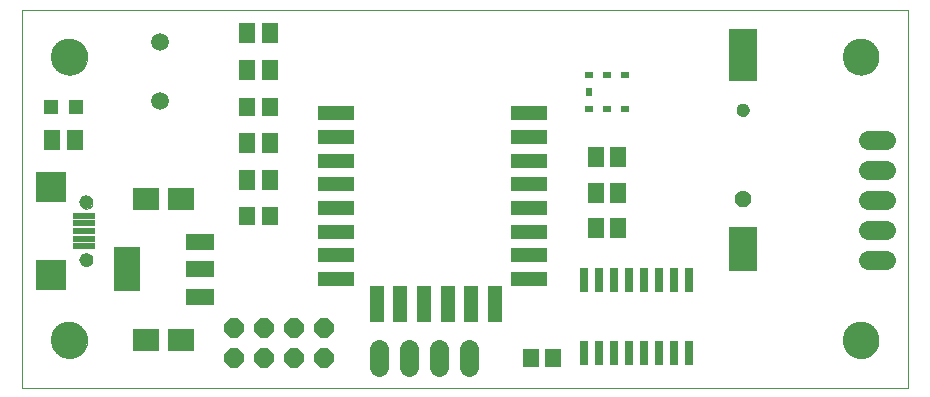
<source format=gts>
G75*
%MOIN*%
%OFA0B0*%
%FSLAX25Y25*%
%IPPOS*%
%LPD*%
%AMOC8*
5,1,8,0,0,1.08239X$1,22.5*
%
%ADD10C,0.00000*%
%ADD11C,0.12211*%
%ADD12OC8,0.06400*%
%ADD13R,0.07290X0.01975*%
%ADD14R,0.10400X0.10400*%
%ADD15C,0.04534*%
%ADD16R,0.12211X0.05124*%
%ADD17R,0.05124X0.12211*%
%ADD18C,0.06400*%
%ADD19C,0.05912*%
%ADD20R,0.05518X0.06306*%
%ADD21R,0.05518X0.06699*%
%ADD22R,0.09199X0.05199*%
%ADD23R,0.09061X0.14573*%
%ADD24R,0.08865X0.07487*%
%ADD25R,0.03000X0.08400*%
%ADD26R,0.09455X0.17329*%
%ADD27R,0.09455X0.14809*%
%ADD28C,0.05518*%
%ADD29C,0.04337*%
%ADD30R,0.05124X0.05124*%
%ADD31R,0.02762X0.02369*%
%ADD32R,0.02369X0.02762*%
D10*
X0002244Y0001365D02*
X0002244Y0127349D01*
X0297520Y0127349D01*
X0297520Y0001365D01*
X0002244Y0001365D01*
X0012086Y0017113D02*
X0012088Y0017266D01*
X0012094Y0017420D01*
X0012104Y0017573D01*
X0012118Y0017725D01*
X0012136Y0017878D01*
X0012158Y0018029D01*
X0012183Y0018180D01*
X0012213Y0018331D01*
X0012247Y0018481D01*
X0012284Y0018629D01*
X0012325Y0018777D01*
X0012370Y0018923D01*
X0012419Y0019069D01*
X0012472Y0019213D01*
X0012528Y0019355D01*
X0012588Y0019496D01*
X0012652Y0019636D01*
X0012719Y0019774D01*
X0012790Y0019910D01*
X0012865Y0020044D01*
X0012942Y0020176D01*
X0013024Y0020306D01*
X0013108Y0020434D01*
X0013196Y0020560D01*
X0013287Y0020683D01*
X0013381Y0020804D01*
X0013479Y0020922D01*
X0013579Y0021038D01*
X0013683Y0021151D01*
X0013789Y0021262D01*
X0013898Y0021370D01*
X0014010Y0021475D01*
X0014124Y0021576D01*
X0014242Y0021675D01*
X0014361Y0021771D01*
X0014483Y0021864D01*
X0014608Y0021953D01*
X0014735Y0022040D01*
X0014864Y0022122D01*
X0014995Y0022202D01*
X0015128Y0022278D01*
X0015263Y0022351D01*
X0015400Y0022420D01*
X0015539Y0022485D01*
X0015679Y0022547D01*
X0015821Y0022605D01*
X0015964Y0022660D01*
X0016109Y0022711D01*
X0016255Y0022758D01*
X0016402Y0022801D01*
X0016550Y0022840D01*
X0016699Y0022876D01*
X0016849Y0022907D01*
X0017000Y0022935D01*
X0017151Y0022959D01*
X0017304Y0022979D01*
X0017456Y0022995D01*
X0017609Y0023007D01*
X0017762Y0023015D01*
X0017915Y0023019D01*
X0018069Y0023019D01*
X0018222Y0023015D01*
X0018375Y0023007D01*
X0018528Y0022995D01*
X0018680Y0022979D01*
X0018833Y0022959D01*
X0018984Y0022935D01*
X0019135Y0022907D01*
X0019285Y0022876D01*
X0019434Y0022840D01*
X0019582Y0022801D01*
X0019729Y0022758D01*
X0019875Y0022711D01*
X0020020Y0022660D01*
X0020163Y0022605D01*
X0020305Y0022547D01*
X0020445Y0022485D01*
X0020584Y0022420D01*
X0020721Y0022351D01*
X0020856Y0022278D01*
X0020989Y0022202D01*
X0021120Y0022122D01*
X0021249Y0022040D01*
X0021376Y0021953D01*
X0021501Y0021864D01*
X0021623Y0021771D01*
X0021742Y0021675D01*
X0021860Y0021576D01*
X0021974Y0021475D01*
X0022086Y0021370D01*
X0022195Y0021262D01*
X0022301Y0021151D01*
X0022405Y0021038D01*
X0022505Y0020922D01*
X0022603Y0020804D01*
X0022697Y0020683D01*
X0022788Y0020560D01*
X0022876Y0020434D01*
X0022960Y0020306D01*
X0023042Y0020176D01*
X0023119Y0020044D01*
X0023194Y0019910D01*
X0023265Y0019774D01*
X0023332Y0019636D01*
X0023396Y0019496D01*
X0023456Y0019355D01*
X0023512Y0019213D01*
X0023565Y0019069D01*
X0023614Y0018923D01*
X0023659Y0018777D01*
X0023700Y0018629D01*
X0023737Y0018481D01*
X0023771Y0018331D01*
X0023801Y0018180D01*
X0023826Y0018029D01*
X0023848Y0017878D01*
X0023866Y0017725D01*
X0023880Y0017573D01*
X0023890Y0017420D01*
X0023896Y0017266D01*
X0023898Y0017113D01*
X0023896Y0016960D01*
X0023890Y0016806D01*
X0023880Y0016653D01*
X0023866Y0016501D01*
X0023848Y0016348D01*
X0023826Y0016197D01*
X0023801Y0016046D01*
X0023771Y0015895D01*
X0023737Y0015745D01*
X0023700Y0015597D01*
X0023659Y0015449D01*
X0023614Y0015303D01*
X0023565Y0015157D01*
X0023512Y0015013D01*
X0023456Y0014871D01*
X0023396Y0014730D01*
X0023332Y0014590D01*
X0023265Y0014452D01*
X0023194Y0014316D01*
X0023119Y0014182D01*
X0023042Y0014050D01*
X0022960Y0013920D01*
X0022876Y0013792D01*
X0022788Y0013666D01*
X0022697Y0013543D01*
X0022603Y0013422D01*
X0022505Y0013304D01*
X0022405Y0013188D01*
X0022301Y0013075D01*
X0022195Y0012964D01*
X0022086Y0012856D01*
X0021974Y0012751D01*
X0021860Y0012650D01*
X0021742Y0012551D01*
X0021623Y0012455D01*
X0021501Y0012362D01*
X0021376Y0012273D01*
X0021249Y0012186D01*
X0021120Y0012104D01*
X0020989Y0012024D01*
X0020856Y0011948D01*
X0020721Y0011875D01*
X0020584Y0011806D01*
X0020445Y0011741D01*
X0020305Y0011679D01*
X0020163Y0011621D01*
X0020020Y0011566D01*
X0019875Y0011515D01*
X0019729Y0011468D01*
X0019582Y0011425D01*
X0019434Y0011386D01*
X0019285Y0011350D01*
X0019135Y0011319D01*
X0018984Y0011291D01*
X0018833Y0011267D01*
X0018680Y0011247D01*
X0018528Y0011231D01*
X0018375Y0011219D01*
X0018222Y0011211D01*
X0018069Y0011207D01*
X0017915Y0011207D01*
X0017762Y0011211D01*
X0017609Y0011219D01*
X0017456Y0011231D01*
X0017304Y0011247D01*
X0017151Y0011267D01*
X0017000Y0011291D01*
X0016849Y0011319D01*
X0016699Y0011350D01*
X0016550Y0011386D01*
X0016402Y0011425D01*
X0016255Y0011468D01*
X0016109Y0011515D01*
X0015964Y0011566D01*
X0015821Y0011621D01*
X0015679Y0011679D01*
X0015539Y0011741D01*
X0015400Y0011806D01*
X0015263Y0011875D01*
X0015128Y0011948D01*
X0014995Y0012024D01*
X0014864Y0012104D01*
X0014735Y0012186D01*
X0014608Y0012273D01*
X0014483Y0012362D01*
X0014361Y0012455D01*
X0014242Y0012551D01*
X0014124Y0012650D01*
X0014010Y0012751D01*
X0013898Y0012856D01*
X0013789Y0012964D01*
X0013683Y0013075D01*
X0013579Y0013188D01*
X0013479Y0013304D01*
X0013381Y0013422D01*
X0013287Y0013543D01*
X0013196Y0013666D01*
X0013108Y0013792D01*
X0013024Y0013920D01*
X0012942Y0014050D01*
X0012865Y0014182D01*
X0012790Y0014316D01*
X0012719Y0014452D01*
X0012652Y0014590D01*
X0012588Y0014730D01*
X0012528Y0014871D01*
X0012472Y0015013D01*
X0012419Y0015157D01*
X0012370Y0015303D01*
X0012325Y0015449D01*
X0012284Y0015597D01*
X0012247Y0015745D01*
X0012213Y0015895D01*
X0012183Y0016046D01*
X0012158Y0016197D01*
X0012136Y0016348D01*
X0012118Y0016501D01*
X0012104Y0016653D01*
X0012094Y0016806D01*
X0012088Y0016960D01*
X0012086Y0017113D01*
X0021555Y0043983D02*
X0021557Y0044074D01*
X0021563Y0044164D01*
X0021573Y0044255D01*
X0021587Y0044344D01*
X0021605Y0044433D01*
X0021626Y0044522D01*
X0021652Y0044609D01*
X0021681Y0044695D01*
X0021715Y0044779D01*
X0021751Y0044862D01*
X0021792Y0044944D01*
X0021836Y0045023D01*
X0021883Y0045101D01*
X0021934Y0045176D01*
X0021988Y0045249D01*
X0022045Y0045319D01*
X0022105Y0045387D01*
X0022168Y0045453D01*
X0022234Y0045515D01*
X0022303Y0045574D01*
X0022374Y0045631D01*
X0022448Y0045684D01*
X0022524Y0045734D01*
X0022602Y0045781D01*
X0022682Y0045824D01*
X0022763Y0045863D01*
X0022847Y0045899D01*
X0022932Y0045931D01*
X0023018Y0045960D01*
X0023105Y0045984D01*
X0023194Y0046005D01*
X0023283Y0046022D01*
X0023373Y0046035D01*
X0023463Y0046044D01*
X0023554Y0046049D01*
X0023645Y0046050D01*
X0023735Y0046047D01*
X0023826Y0046040D01*
X0023916Y0046029D01*
X0024006Y0046014D01*
X0024095Y0045995D01*
X0024183Y0045973D01*
X0024269Y0045946D01*
X0024355Y0045916D01*
X0024439Y0045882D01*
X0024522Y0045844D01*
X0024603Y0045803D01*
X0024682Y0045758D01*
X0024759Y0045709D01*
X0024833Y0045658D01*
X0024906Y0045603D01*
X0024976Y0045545D01*
X0025043Y0045484D01*
X0025107Y0045420D01*
X0025169Y0045354D01*
X0025228Y0045284D01*
X0025283Y0045213D01*
X0025336Y0045138D01*
X0025385Y0045062D01*
X0025431Y0044984D01*
X0025473Y0044903D01*
X0025512Y0044821D01*
X0025547Y0044737D01*
X0025578Y0044652D01*
X0025605Y0044565D01*
X0025629Y0044478D01*
X0025649Y0044389D01*
X0025665Y0044300D01*
X0025677Y0044210D01*
X0025685Y0044119D01*
X0025689Y0044028D01*
X0025689Y0043938D01*
X0025685Y0043847D01*
X0025677Y0043756D01*
X0025665Y0043666D01*
X0025649Y0043577D01*
X0025629Y0043488D01*
X0025605Y0043401D01*
X0025578Y0043314D01*
X0025547Y0043229D01*
X0025512Y0043145D01*
X0025473Y0043063D01*
X0025431Y0042982D01*
X0025385Y0042904D01*
X0025336Y0042828D01*
X0025283Y0042753D01*
X0025228Y0042682D01*
X0025169Y0042612D01*
X0025107Y0042546D01*
X0025043Y0042482D01*
X0024976Y0042421D01*
X0024906Y0042363D01*
X0024833Y0042308D01*
X0024759Y0042257D01*
X0024682Y0042208D01*
X0024603Y0042163D01*
X0024522Y0042122D01*
X0024439Y0042084D01*
X0024355Y0042050D01*
X0024269Y0042020D01*
X0024183Y0041993D01*
X0024095Y0041971D01*
X0024006Y0041952D01*
X0023916Y0041937D01*
X0023826Y0041926D01*
X0023735Y0041919D01*
X0023645Y0041916D01*
X0023554Y0041917D01*
X0023463Y0041922D01*
X0023373Y0041931D01*
X0023283Y0041944D01*
X0023194Y0041961D01*
X0023105Y0041982D01*
X0023018Y0042006D01*
X0022932Y0042035D01*
X0022847Y0042067D01*
X0022763Y0042103D01*
X0022682Y0042142D01*
X0022602Y0042185D01*
X0022524Y0042232D01*
X0022448Y0042282D01*
X0022374Y0042335D01*
X0022303Y0042392D01*
X0022234Y0042451D01*
X0022168Y0042513D01*
X0022105Y0042579D01*
X0022045Y0042647D01*
X0021988Y0042717D01*
X0021934Y0042790D01*
X0021883Y0042865D01*
X0021836Y0042943D01*
X0021792Y0043022D01*
X0021751Y0043104D01*
X0021715Y0043187D01*
X0021681Y0043271D01*
X0021652Y0043357D01*
X0021626Y0043444D01*
X0021605Y0043533D01*
X0021587Y0043622D01*
X0021573Y0043711D01*
X0021563Y0043802D01*
X0021557Y0043892D01*
X0021555Y0043983D01*
X0021555Y0063077D02*
X0021557Y0063168D01*
X0021563Y0063258D01*
X0021573Y0063349D01*
X0021587Y0063438D01*
X0021605Y0063527D01*
X0021626Y0063616D01*
X0021652Y0063703D01*
X0021681Y0063789D01*
X0021715Y0063873D01*
X0021751Y0063956D01*
X0021792Y0064038D01*
X0021836Y0064117D01*
X0021883Y0064195D01*
X0021934Y0064270D01*
X0021988Y0064343D01*
X0022045Y0064413D01*
X0022105Y0064481D01*
X0022168Y0064547D01*
X0022234Y0064609D01*
X0022303Y0064668D01*
X0022374Y0064725D01*
X0022448Y0064778D01*
X0022524Y0064828D01*
X0022602Y0064875D01*
X0022682Y0064918D01*
X0022763Y0064957D01*
X0022847Y0064993D01*
X0022932Y0065025D01*
X0023018Y0065054D01*
X0023105Y0065078D01*
X0023194Y0065099D01*
X0023283Y0065116D01*
X0023373Y0065129D01*
X0023463Y0065138D01*
X0023554Y0065143D01*
X0023645Y0065144D01*
X0023735Y0065141D01*
X0023826Y0065134D01*
X0023916Y0065123D01*
X0024006Y0065108D01*
X0024095Y0065089D01*
X0024183Y0065067D01*
X0024269Y0065040D01*
X0024355Y0065010D01*
X0024439Y0064976D01*
X0024522Y0064938D01*
X0024603Y0064897D01*
X0024682Y0064852D01*
X0024759Y0064803D01*
X0024833Y0064752D01*
X0024906Y0064697D01*
X0024976Y0064639D01*
X0025043Y0064578D01*
X0025107Y0064514D01*
X0025169Y0064448D01*
X0025228Y0064378D01*
X0025283Y0064307D01*
X0025336Y0064232D01*
X0025385Y0064156D01*
X0025431Y0064078D01*
X0025473Y0063997D01*
X0025512Y0063915D01*
X0025547Y0063831D01*
X0025578Y0063746D01*
X0025605Y0063659D01*
X0025629Y0063572D01*
X0025649Y0063483D01*
X0025665Y0063394D01*
X0025677Y0063304D01*
X0025685Y0063213D01*
X0025689Y0063122D01*
X0025689Y0063032D01*
X0025685Y0062941D01*
X0025677Y0062850D01*
X0025665Y0062760D01*
X0025649Y0062671D01*
X0025629Y0062582D01*
X0025605Y0062495D01*
X0025578Y0062408D01*
X0025547Y0062323D01*
X0025512Y0062239D01*
X0025473Y0062157D01*
X0025431Y0062076D01*
X0025385Y0061998D01*
X0025336Y0061922D01*
X0025283Y0061847D01*
X0025228Y0061776D01*
X0025169Y0061706D01*
X0025107Y0061640D01*
X0025043Y0061576D01*
X0024976Y0061515D01*
X0024906Y0061457D01*
X0024833Y0061402D01*
X0024759Y0061351D01*
X0024682Y0061302D01*
X0024603Y0061257D01*
X0024522Y0061216D01*
X0024439Y0061178D01*
X0024355Y0061144D01*
X0024269Y0061114D01*
X0024183Y0061087D01*
X0024095Y0061065D01*
X0024006Y0061046D01*
X0023916Y0061031D01*
X0023826Y0061020D01*
X0023735Y0061013D01*
X0023645Y0061010D01*
X0023554Y0061011D01*
X0023463Y0061016D01*
X0023373Y0061025D01*
X0023283Y0061038D01*
X0023194Y0061055D01*
X0023105Y0061076D01*
X0023018Y0061100D01*
X0022932Y0061129D01*
X0022847Y0061161D01*
X0022763Y0061197D01*
X0022682Y0061236D01*
X0022602Y0061279D01*
X0022524Y0061326D01*
X0022448Y0061376D01*
X0022374Y0061429D01*
X0022303Y0061486D01*
X0022234Y0061545D01*
X0022168Y0061607D01*
X0022105Y0061673D01*
X0022045Y0061741D01*
X0021988Y0061811D01*
X0021934Y0061884D01*
X0021883Y0061959D01*
X0021836Y0062037D01*
X0021792Y0062116D01*
X0021751Y0062198D01*
X0021715Y0062281D01*
X0021681Y0062365D01*
X0021652Y0062451D01*
X0021626Y0062538D01*
X0021605Y0062627D01*
X0021587Y0062716D01*
X0021573Y0062805D01*
X0021563Y0062896D01*
X0021557Y0062986D01*
X0021555Y0063077D01*
X0012086Y0111601D02*
X0012088Y0111754D01*
X0012094Y0111908D01*
X0012104Y0112061D01*
X0012118Y0112213D01*
X0012136Y0112366D01*
X0012158Y0112517D01*
X0012183Y0112668D01*
X0012213Y0112819D01*
X0012247Y0112969D01*
X0012284Y0113117D01*
X0012325Y0113265D01*
X0012370Y0113411D01*
X0012419Y0113557D01*
X0012472Y0113701D01*
X0012528Y0113843D01*
X0012588Y0113984D01*
X0012652Y0114124D01*
X0012719Y0114262D01*
X0012790Y0114398D01*
X0012865Y0114532D01*
X0012942Y0114664D01*
X0013024Y0114794D01*
X0013108Y0114922D01*
X0013196Y0115048D01*
X0013287Y0115171D01*
X0013381Y0115292D01*
X0013479Y0115410D01*
X0013579Y0115526D01*
X0013683Y0115639D01*
X0013789Y0115750D01*
X0013898Y0115858D01*
X0014010Y0115963D01*
X0014124Y0116064D01*
X0014242Y0116163D01*
X0014361Y0116259D01*
X0014483Y0116352D01*
X0014608Y0116441D01*
X0014735Y0116528D01*
X0014864Y0116610D01*
X0014995Y0116690D01*
X0015128Y0116766D01*
X0015263Y0116839D01*
X0015400Y0116908D01*
X0015539Y0116973D01*
X0015679Y0117035D01*
X0015821Y0117093D01*
X0015964Y0117148D01*
X0016109Y0117199D01*
X0016255Y0117246D01*
X0016402Y0117289D01*
X0016550Y0117328D01*
X0016699Y0117364D01*
X0016849Y0117395D01*
X0017000Y0117423D01*
X0017151Y0117447D01*
X0017304Y0117467D01*
X0017456Y0117483D01*
X0017609Y0117495D01*
X0017762Y0117503D01*
X0017915Y0117507D01*
X0018069Y0117507D01*
X0018222Y0117503D01*
X0018375Y0117495D01*
X0018528Y0117483D01*
X0018680Y0117467D01*
X0018833Y0117447D01*
X0018984Y0117423D01*
X0019135Y0117395D01*
X0019285Y0117364D01*
X0019434Y0117328D01*
X0019582Y0117289D01*
X0019729Y0117246D01*
X0019875Y0117199D01*
X0020020Y0117148D01*
X0020163Y0117093D01*
X0020305Y0117035D01*
X0020445Y0116973D01*
X0020584Y0116908D01*
X0020721Y0116839D01*
X0020856Y0116766D01*
X0020989Y0116690D01*
X0021120Y0116610D01*
X0021249Y0116528D01*
X0021376Y0116441D01*
X0021501Y0116352D01*
X0021623Y0116259D01*
X0021742Y0116163D01*
X0021860Y0116064D01*
X0021974Y0115963D01*
X0022086Y0115858D01*
X0022195Y0115750D01*
X0022301Y0115639D01*
X0022405Y0115526D01*
X0022505Y0115410D01*
X0022603Y0115292D01*
X0022697Y0115171D01*
X0022788Y0115048D01*
X0022876Y0114922D01*
X0022960Y0114794D01*
X0023042Y0114664D01*
X0023119Y0114532D01*
X0023194Y0114398D01*
X0023265Y0114262D01*
X0023332Y0114124D01*
X0023396Y0113984D01*
X0023456Y0113843D01*
X0023512Y0113701D01*
X0023565Y0113557D01*
X0023614Y0113411D01*
X0023659Y0113265D01*
X0023700Y0113117D01*
X0023737Y0112969D01*
X0023771Y0112819D01*
X0023801Y0112668D01*
X0023826Y0112517D01*
X0023848Y0112366D01*
X0023866Y0112213D01*
X0023880Y0112061D01*
X0023890Y0111908D01*
X0023896Y0111754D01*
X0023898Y0111601D01*
X0023896Y0111448D01*
X0023890Y0111294D01*
X0023880Y0111141D01*
X0023866Y0110989D01*
X0023848Y0110836D01*
X0023826Y0110685D01*
X0023801Y0110534D01*
X0023771Y0110383D01*
X0023737Y0110233D01*
X0023700Y0110085D01*
X0023659Y0109937D01*
X0023614Y0109791D01*
X0023565Y0109645D01*
X0023512Y0109501D01*
X0023456Y0109359D01*
X0023396Y0109218D01*
X0023332Y0109078D01*
X0023265Y0108940D01*
X0023194Y0108804D01*
X0023119Y0108670D01*
X0023042Y0108538D01*
X0022960Y0108408D01*
X0022876Y0108280D01*
X0022788Y0108154D01*
X0022697Y0108031D01*
X0022603Y0107910D01*
X0022505Y0107792D01*
X0022405Y0107676D01*
X0022301Y0107563D01*
X0022195Y0107452D01*
X0022086Y0107344D01*
X0021974Y0107239D01*
X0021860Y0107138D01*
X0021742Y0107039D01*
X0021623Y0106943D01*
X0021501Y0106850D01*
X0021376Y0106761D01*
X0021249Y0106674D01*
X0021120Y0106592D01*
X0020989Y0106512D01*
X0020856Y0106436D01*
X0020721Y0106363D01*
X0020584Y0106294D01*
X0020445Y0106229D01*
X0020305Y0106167D01*
X0020163Y0106109D01*
X0020020Y0106054D01*
X0019875Y0106003D01*
X0019729Y0105956D01*
X0019582Y0105913D01*
X0019434Y0105874D01*
X0019285Y0105838D01*
X0019135Y0105807D01*
X0018984Y0105779D01*
X0018833Y0105755D01*
X0018680Y0105735D01*
X0018528Y0105719D01*
X0018375Y0105707D01*
X0018222Y0105699D01*
X0018069Y0105695D01*
X0017915Y0105695D01*
X0017762Y0105699D01*
X0017609Y0105707D01*
X0017456Y0105719D01*
X0017304Y0105735D01*
X0017151Y0105755D01*
X0017000Y0105779D01*
X0016849Y0105807D01*
X0016699Y0105838D01*
X0016550Y0105874D01*
X0016402Y0105913D01*
X0016255Y0105956D01*
X0016109Y0106003D01*
X0015964Y0106054D01*
X0015821Y0106109D01*
X0015679Y0106167D01*
X0015539Y0106229D01*
X0015400Y0106294D01*
X0015263Y0106363D01*
X0015128Y0106436D01*
X0014995Y0106512D01*
X0014864Y0106592D01*
X0014735Y0106674D01*
X0014608Y0106761D01*
X0014483Y0106850D01*
X0014361Y0106943D01*
X0014242Y0107039D01*
X0014124Y0107138D01*
X0014010Y0107239D01*
X0013898Y0107344D01*
X0013789Y0107452D01*
X0013683Y0107563D01*
X0013579Y0107676D01*
X0013479Y0107792D01*
X0013381Y0107910D01*
X0013287Y0108031D01*
X0013196Y0108154D01*
X0013108Y0108280D01*
X0013024Y0108408D01*
X0012942Y0108538D01*
X0012865Y0108670D01*
X0012790Y0108804D01*
X0012719Y0108940D01*
X0012652Y0109078D01*
X0012588Y0109218D01*
X0012528Y0109359D01*
X0012472Y0109501D01*
X0012419Y0109645D01*
X0012370Y0109791D01*
X0012325Y0109937D01*
X0012284Y0110085D01*
X0012247Y0110233D01*
X0012213Y0110383D01*
X0012183Y0110534D01*
X0012158Y0110685D01*
X0012136Y0110836D01*
X0012118Y0110989D01*
X0012104Y0111141D01*
X0012094Y0111294D01*
X0012088Y0111448D01*
X0012086Y0111601D01*
X0240433Y0093885D02*
X0240435Y0093973D01*
X0240441Y0094061D01*
X0240451Y0094149D01*
X0240465Y0094237D01*
X0240482Y0094323D01*
X0240504Y0094409D01*
X0240529Y0094493D01*
X0240559Y0094577D01*
X0240591Y0094659D01*
X0240628Y0094739D01*
X0240668Y0094818D01*
X0240712Y0094895D01*
X0240759Y0094970D01*
X0240809Y0095042D01*
X0240863Y0095113D01*
X0240919Y0095180D01*
X0240979Y0095246D01*
X0241041Y0095308D01*
X0241107Y0095368D01*
X0241174Y0095424D01*
X0241245Y0095478D01*
X0241317Y0095528D01*
X0241392Y0095575D01*
X0241469Y0095619D01*
X0241548Y0095659D01*
X0241628Y0095696D01*
X0241710Y0095728D01*
X0241794Y0095758D01*
X0241878Y0095783D01*
X0241964Y0095805D01*
X0242050Y0095822D01*
X0242138Y0095836D01*
X0242226Y0095846D01*
X0242314Y0095852D01*
X0242402Y0095854D01*
X0242490Y0095852D01*
X0242578Y0095846D01*
X0242666Y0095836D01*
X0242754Y0095822D01*
X0242840Y0095805D01*
X0242926Y0095783D01*
X0243010Y0095758D01*
X0243094Y0095728D01*
X0243176Y0095696D01*
X0243256Y0095659D01*
X0243335Y0095619D01*
X0243412Y0095575D01*
X0243487Y0095528D01*
X0243559Y0095478D01*
X0243630Y0095424D01*
X0243697Y0095368D01*
X0243763Y0095308D01*
X0243825Y0095246D01*
X0243885Y0095180D01*
X0243941Y0095113D01*
X0243995Y0095042D01*
X0244045Y0094970D01*
X0244092Y0094895D01*
X0244136Y0094818D01*
X0244176Y0094739D01*
X0244213Y0094659D01*
X0244245Y0094577D01*
X0244275Y0094493D01*
X0244300Y0094409D01*
X0244322Y0094323D01*
X0244339Y0094237D01*
X0244353Y0094149D01*
X0244363Y0094061D01*
X0244369Y0093973D01*
X0244371Y0093885D01*
X0244369Y0093797D01*
X0244363Y0093709D01*
X0244353Y0093621D01*
X0244339Y0093533D01*
X0244322Y0093447D01*
X0244300Y0093361D01*
X0244275Y0093277D01*
X0244245Y0093193D01*
X0244213Y0093111D01*
X0244176Y0093031D01*
X0244136Y0092952D01*
X0244092Y0092875D01*
X0244045Y0092800D01*
X0243995Y0092728D01*
X0243941Y0092657D01*
X0243885Y0092590D01*
X0243825Y0092524D01*
X0243763Y0092462D01*
X0243697Y0092402D01*
X0243630Y0092346D01*
X0243559Y0092292D01*
X0243487Y0092242D01*
X0243412Y0092195D01*
X0243335Y0092151D01*
X0243256Y0092111D01*
X0243176Y0092074D01*
X0243094Y0092042D01*
X0243010Y0092012D01*
X0242926Y0091987D01*
X0242840Y0091965D01*
X0242754Y0091948D01*
X0242666Y0091934D01*
X0242578Y0091924D01*
X0242490Y0091918D01*
X0242402Y0091916D01*
X0242314Y0091918D01*
X0242226Y0091924D01*
X0242138Y0091934D01*
X0242050Y0091948D01*
X0241964Y0091965D01*
X0241878Y0091987D01*
X0241794Y0092012D01*
X0241710Y0092042D01*
X0241628Y0092074D01*
X0241548Y0092111D01*
X0241469Y0092151D01*
X0241392Y0092195D01*
X0241317Y0092242D01*
X0241245Y0092292D01*
X0241174Y0092346D01*
X0241107Y0092402D01*
X0241041Y0092462D01*
X0240979Y0092524D01*
X0240919Y0092590D01*
X0240863Y0092657D01*
X0240809Y0092728D01*
X0240759Y0092800D01*
X0240712Y0092875D01*
X0240668Y0092952D01*
X0240628Y0093031D01*
X0240591Y0093111D01*
X0240559Y0093193D01*
X0240529Y0093277D01*
X0240504Y0093361D01*
X0240482Y0093447D01*
X0240465Y0093533D01*
X0240451Y0093621D01*
X0240441Y0093709D01*
X0240435Y0093797D01*
X0240433Y0093885D01*
X0275866Y0111601D02*
X0275868Y0111754D01*
X0275874Y0111908D01*
X0275884Y0112061D01*
X0275898Y0112213D01*
X0275916Y0112366D01*
X0275938Y0112517D01*
X0275963Y0112668D01*
X0275993Y0112819D01*
X0276027Y0112969D01*
X0276064Y0113117D01*
X0276105Y0113265D01*
X0276150Y0113411D01*
X0276199Y0113557D01*
X0276252Y0113701D01*
X0276308Y0113843D01*
X0276368Y0113984D01*
X0276432Y0114124D01*
X0276499Y0114262D01*
X0276570Y0114398D01*
X0276645Y0114532D01*
X0276722Y0114664D01*
X0276804Y0114794D01*
X0276888Y0114922D01*
X0276976Y0115048D01*
X0277067Y0115171D01*
X0277161Y0115292D01*
X0277259Y0115410D01*
X0277359Y0115526D01*
X0277463Y0115639D01*
X0277569Y0115750D01*
X0277678Y0115858D01*
X0277790Y0115963D01*
X0277904Y0116064D01*
X0278022Y0116163D01*
X0278141Y0116259D01*
X0278263Y0116352D01*
X0278388Y0116441D01*
X0278515Y0116528D01*
X0278644Y0116610D01*
X0278775Y0116690D01*
X0278908Y0116766D01*
X0279043Y0116839D01*
X0279180Y0116908D01*
X0279319Y0116973D01*
X0279459Y0117035D01*
X0279601Y0117093D01*
X0279744Y0117148D01*
X0279889Y0117199D01*
X0280035Y0117246D01*
X0280182Y0117289D01*
X0280330Y0117328D01*
X0280479Y0117364D01*
X0280629Y0117395D01*
X0280780Y0117423D01*
X0280931Y0117447D01*
X0281084Y0117467D01*
X0281236Y0117483D01*
X0281389Y0117495D01*
X0281542Y0117503D01*
X0281695Y0117507D01*
X0281849Y0117507D01*
X0282002Y0117503D01*
X0282155Y0117495D01*
X0282308Y0117483D01*
X0282460Y0117467D01*
X0282613Y0117447D01*
X0282764Y0117423D01*
X0282915Y0117395D01*
X0283065Y0117364D01*
X0283214Y0117328D01*
X0283362Y0117289D01*
X0283509Y0117246D01*
X0283655Y0117199D01*
X0283800Y0117148D01*
X0283943Y0117093D01*
X0284085Y0117035D01*
X0284225Y0116973D01*
X0284364Y0116908D01*
X0284501Y0116839D01*
X0284636Y0116766D01*
X0284769Y0116690D01*
X0284900Y0116610D01*
X0285029Y0116528D01*
X0285156Y0116441D01*
X0285281Y0116352D01*
X0285403Y0116259D01*
X0285522Y0116163D01*
X0285640Y0116064D01*
X0285754Y0115963D01*
X0285866Y0115858D01*
X0285975Y0115750D01*
X0286081Y0115639D01*
X0286185Y0115526D01*
X0286285Y0115410D01*
X0286383Y0115292D01*
X0286477Y0115171D01*
X0286568Y0115048D01*
X0286656Y0114922D01*
X0286740Y0114794D01*
X0286822Y0114664D01*
X0286899Y0114532D01*
X0286974Y0114398D01*
X0287045Y0114262D01*
X0287112Y0114124D01*
X0287176Y0113984D01*
X0287236Y0113843D01*
X0287292Y0113701D01*
X0287345Y0113557D01*
X0287394Y0113411D01*
X0287439Y0113265D01*
X0287480Y0113117D01*
X0287517Y0112969D01*
X0287551Y0112819D01*
X0287581Y0112668D01*
X0287606Y0112517D01*
X0287628Y0112366D01*
X0287646Y0112213D01*
X0287660Y0112061D01*
X0287670Y0111908D01*
X0287676Y0111754D01*
X0287678Y0111601D01*
X0287676Y0111448D01*
X0287670Y0111294D01*
X0287660Y0111141D01*
X0287646Y0110989D01*
X0287628Y0110836D01*
X0287606Y0110685D01*
X0287581Y0110534D01*
X0287551Y0110383D01*
X0287517Y0110233D01*
X0287480Y0110085D01*
X0287439Y0109937D01*
X0287394Y0109791D01*
X0287345Y0109645D01*
X0287292Y0109501D01*
X0287236Y0109359D01*
X0287176Y0109218D01*
X0287112Y0109078D01*
X0287045Y0108940D01*
X0286974Y0108804D01*
X0286899Y0108670D01*
X0286822Y0108538D01*
X0286740Y0108408D01*
X0286656Y0108280D01*
X0286568Y0108154D01*
X0286477Y0108031D01*
X0286383Y0107910D01*
X0286285Y0107792D01*
X0286185Y0107676D01*
X0286081Y0107563D01*
X0285975Y0107452D01*
X0285866Y0107344D01*
X0285754Y0107239D01*
X0285640Y0107138D01*
X0285522Y0107039D01*
X0285403Y0106943D01*
X0285281Y0106850D01*
X0285156Y0106761D01*
X0285029Y0106674D01*
X0284900Y0106592D01*
X0284769Y0106512D01*
X0284636Y0106436D01*
X0284501Y0106363D01*
X0284364Y0106294D01*
X0284225Y0106229D01*
X0284085Y0106167D01*
X0283943Y0106109D01*
X0283800Y0106054D01*
X0283655Y0106003D01*
X0283509Y0105956D01*
X0283362Y0105913D01*
X0283214Y0105874D01*
X0283065Y0105838D01*
X0282915Y0105807D01*
X0282764Y0105779D01*
X0282613Y0105755D01*
X0282460Y0105735D01*
X0282308Y0105719D01*
X0282155Y0105707D01*
X0282002Y0105699D01*
X0281849Y0105695D01*
X0281695Y0105695D01*
X0281542Y0105699D01*
X0281389Y0105707D01*
X0281236Y0105719D01*
X0281084Y0105735D01*
X0280931Y0105755D01*
X0280780Y0105779D01*
X0280629Y0105807D01*
X0280479Y0105838D01*
X0280330Y0105874D01*
X0280182Y0105913D01*
X0280035Y0105956D01*
X0279889Y0106003D01*
X0279744Y0106054D01*
X0279601Y0106109D01*
X0279459Y0106167D01*
X0279319Y0106229D01*
X0279180Y0106294D01*
X0279043Y0106363D01*
X0278908Y0106436D01*
X0278775Y0106512D01*
X0278644Y0106592D01*
X0278515Y0106674D01*
X0278388Y0106761D01*
X0278263Y0106850D01*
X0278141Y0106943D01*
X0278022Y0107039D01*
X0277904Y0107138D01*
X0277790Y0107239D01*
X0277678Y0107344D01*
X0277569Y0107452D01*
X0277463Y0107563D01*
X0277359Y0107676D01*
X0277259Y0107792D01*
X0277161Y0107910D01*
X0277067Y0108031D01*
X0276976Y0108154D01*
X0276888Y0108280D01*
X0276804Y0108408D01*
X0276722Y0108538D01*
X0276645Y0108670D01*
X0276570Y0108804D01*
X0276499Y0108940D01*
X0276432Y0109078D01*
X0276368Y0109218D01*
X0276308Y0109359D01*
X0276252Y0109501D01*
X0276199Y0109645D01*
X0276150Y0109791D01*
X0276105Y0109937D01*
X0276064Y0110085D01*
X0276027Y0110233D01*
X0275993Y0110383D01*
X0275963Y0110534D01*
X0275938Y0110685D01*
X0275916Y0110836D01*
X0275898Y0110989D01*
X0275884Y0111141D01*
X0275874Y0111294D01*
X0275868Y0111448D01*
X0275866Y0111601D01*
X0239843Y0064357D02*
X0239845Y0064458D01*
X0239851Y0064559D01*
X0239861Y0064660D01*
X0239875Y0064760D01*
X0239893Y0064859D01*
X0239915Y0064958D01*
X0239940Y0065056D01*
X0239970Y0065153D01*
X0240003Y0065248D01*
X0240040Y0065342D01*
X0240081Y0065435D01*
X0240125Y0065526D01*
X0240173Y0065615D01*
X0240225Y0065702D01*
X0240280Y0065787D01*
X0240338Y0065869D01*
X0240399Y0065950D01*
X0240464Y0066028D01*
X0240531Y0066103D01*
X0240601Y0066175D01*
X0240675Y0066245D01*
X0240751Y0066312D01*
X0240829Y0066376D01*
X0240910Y0066436D01*
X0240993Y0066493D01*
X0241079Y0066547D01*
X0241167Y0066598D01*
X0241256Y0066645D01*
X0241347Y0066689D01*
X0241440Y0066728D01*
X0241535Y0066765D01*
X0241630Y0066797D01*
X0241727Y0066826D01*
X0241826Y0066850D01*
X0241924Y0066871D01*
X0242024Y0066888D01*
X0242124Y0066901D01*
X0242225Y0066910D01*
X0242326Y0066915D01*
X0242427Y0066916D01*
X0242528Y0066913D01*
X0242629Y0066906D01*
X0242730Y0066895D01*
X0242830Y0066880D01*
X0242929Y0066861D01*
X0243028Y0066838D01*
X0243125Y0066812D01*
X0243222Y0066781D01*
X0243317Y0066747D01*
X0243410Y0066709D01*
X0243503Y0066667D01*
X0243593Y0066622D01*
X0243682Y0066573D01*
X0243768Y0066521D01*
X0243852Y0066465D01*
X0243935Y0066406D01*
X0244014Y0066344D01*
X0244092Y0066279D01*
X0244166Y0066211D01*
X0244238Y0066139D01*
X0244307Y0066066D01*
X0244373Y0065989D01*
X0244436Y0065910D01*
X0244496Y0065828D01*
X0244552Y0065744D01*
X0244605Y0065658D01*
X0244655Y0065570D01*
X0244701Y0065480D01*
X0244744Y0065389D01*
X0244783Y0065295D01*
X0244818Y0065200D01*
X0244849Y0065104D01*
X0244877Y0065007D01*
X0244901Y0064909D01*
X0244921Y0064810D01*
X0244937Y0064710D01*
X0244949Y0064609D01*
X0244957Y0064509D01*
X0244961Y0064408D01*
X0244961Y0064306D01*
X0244957Y0064205D01*
X0244949Y0064105D01*
X0244937Y0064004D01*
X0244921Y0063904D01*
X0244901Y0063805D01*
X0244877Y0063707D01*
X0244849Y0063610D01*
X0244818Y0063514D01*
X0244783Y0063419D01*
X0244744Y0063325D01*
X0244701Y0063234D01*
X0244655Y0063144D01*
X0244605Y0063056D01*
X0244552Y0062970D01*
X0244496Y0062886D01*
X0244436Y0062804D01*
X0244373Y0062725D01*
X0244307Y0062648D01*
X0244238Y0062575D01*
X0244166Y0062503D01*
X0244092Y0062435D01*
X0244014Y0062370D01*
X0243935Y0062308D01*
X0243852Y0062249D01*
X0243768Y0062193D01*
X0243681Y0062141D01*
X0243593Y0062092D01*
X0243503Y0062047D01*
X0243410Y0062005D01*
X0243317Y0061967D01*
X0243222Y0061933D01*
X0243125Y0061902D01*
X0243028Y0061876D01*
X0242929Y0061853D01*
X0242830Y0061834D01*
X0242730Y0061819D01*
X0242629Y0061808D01*
X0242528Y0061801D01*
X0242427Y0061798D01*
X0242326Y0061799D01*
X0242225Y0061804D01*
X0242124Y0061813D01*
X0242024Y0061826D01*
X0241924Y0061843D01*
X0241826Y0061864D01*
X0241727Y0061888D01*
X0241630Y0061917D01*
X0241535Y0061949D01*
X0241440Y0061986D01*
X0241347Y0062025D01*
X0241256Y0062069D01*
X0241167Y0062116D01*
X0241079Y0062167D01*
X0240993Y0062221D01*
X0240910Y0062278D01*
X0240829Y0062338D01*
X0240751Y0062402D01*
X0240675Y0062469D01*
X0240601Y0062539D01*
X0240531Y0062611D01*
X0240464Y0062686D01*
X0240399Y0062764D01*
X0240338Y0062845D01*
X0240280Y0062927D01*
X0240225Y0063012D01*
X0240173Y0063099D01*
X0240125Y0063188D01*
X0240081Y0063279D01*
X0240040Y0063372D01*
X0240003Y0063466D01*
X0239970Y0063561D01*
X0239940Y0063658D01*
X0239915Y0063756D01*
X0239893Y0063855D01*
X0239875Y0063954D01*
X0239861Y0064054D01*
X0239851Y0064155D01*
X0239845Y0064256D01*
X0239843Y0064357D01*
X0275866Y0017113D02*
X0275868Y0017266D01*
X0275874Y0017420D01*
X0275884Y0017573D01*
X0275898Y0017725D01*
X0275916Y0017878D01*
X0275938Y0018029D01*
X0275963Y0018180D01*
X0275993Y0018331D01*
X0276027Y0018481D01*
X0276064Y0018629D01*
X0276105Y0018777D01*
X0276150Y0018923D01*
X0276199Y0019069D01*
X0276252Y0019213D01*
X0276308Y0019355D01*
X0276368Y0019496D01*
X0276432Y0019636D01*
X0276499Y0019774D01*
X0276570Y0019910D01*
X0276645Y0020044D01*
X0276722Y0020176D01*
X0276804Y0020306D01*
X0276888Y0020434D01*
X0276976Y0020560D01*
X0277067Y0020683D01*
X0277161Y0020804D01*
X0277259Y0020922D01*
X0277359Y0021038D01*
X0277463Y0021151D01*
X0277569Y0021262D01*
X0277678Y0021370D01*
X0277790Y0021475D01*
X0277904Y0021576D01*
X0278022Y0021675D01*
X0278141Y0021771D01*
X0278263Y0021864D01*
X0278388Y0021953D01*
X0278515Y0022040D01*
X0278644Y0022122D01*
X0278775Y0022202D01*
X0278908Y0022278D01*
X0279043Y0022351D01*
X0279180Y0022420D01*
X0279319Y0022485D01*
X0279459Y0022547D01*
X0279601Y0022605D01*
X0279744Y0022660D01*
X0279889Y0022711D01*
X0280035Y0022758D01*
X0280182Y0022801D01*
X0280330Y0022840D01*
X0280479Y0022876D01*
X0280629Y0022907D01*
X0280780Y0022935D01*
X0280931Y0022959D01*
X0281084Y0022979D01*
X0281236Y0022995D01*
X0281389Y0023007D01*
X0281542Y0023015D01*
X0281695Y0023019D01*
X0281849Y0023019D01*
X0282002Y0023015D01*
X0282155Y0023007D01*
X0282308Y0022995D01*
X0282460Y0022979D01*
X0282613Y0022959D01*
X0282764Y0022935D01*
X0282915Y0022907D01*
X0283065Y0022876D01*
X0283214Y0022840D01*
X0283362Y0022801D01*
X0283509Y0022758D01*
X0283655Y0022711D01*
X0283800Y0022660D01*
X0283943Y0022605D01*
X0284085Y0022547D01*
X0284225Y0022485D01*
X0284364Y0022420D01*
X0284501Y0022351D01*
X0284636Y0022278D01*
X0284769Y0022202D01*
X0284900Y0022122D01*
X0285029Y0022040D01*
X0285156Y0021953D01*
X0285281Y0021864D01*
X0285403Y0021771D01*
X0285522Y0021675D01*
X0285640Y0021576D01*
X0285754Y0021475D01*
X0285866Y0021370D01*
X0285975Y0021262D01*
X0286081Y0021151D01*
X0286185Y0021038D01*
X0286285Y0020922D01*
X0286383Y0020804D01*
X0286477Y0020683D01*
X0286568Y0020560D01*
X0286656Y0020434D01*
X0286740Y0020306D01*
X0286822Y0020176D01*
X0286899Y0020044D01*
X0286974Y0019910D01*
X0287045Y0019774D01*
X0287112Y0019636D01*
X0287176Y0019496D01*
X0287236Y0019355D01*
X0287292Y0019213D01*
X0287345Y0019069D01*
X0287394Y0018923D01*
X0287439Y0018777D01*
X0287480Y0018629D01*
X0287517Y0018481D01*
X0287551Y0018331D01*
X0287581Y0018180D01*
X0287606Y0018029D01*
X0287628Y0017878D01*
X0287646Y0017725D01*
X0287660Y0017573D01*
X0287670Y0017420D01*
X0287676Y0017266D01*
X0287678Y0017113D01*
X0287676Y0016960D01*
X0287670Y0016806D01*
X0287660Y0016653D01*
X0287646Y0016501D01*
X0287628Y0016348D01*
X0287606Y0016197D01*
X0287581Y0016046D01*
X0287551Y0015895D01*
X0287517Y0015745D01*
X0287480Y0015597D01*
X0287439Y0015449D01*
X0287394Y0015303D01*
X0287345Y0015157D01*
X0287292Y0015013D01*
X0287236Y0014871D01*
X0287176Y0014730D01*
X0287112Y0014590D01*
X0287045Y0014452D01*
X0286974Y0014316D01*
X0286899Y0014182D01*
X0286822Y0014050D01*
X0286740Y0013920D01*
X0286656Y0013792D01*
X0286568Y0013666D01*
X0286477Y0013543D01*
X0286383Y0013422D01*
X0286285Y0013304D01*
X0286185Y0013188D01*
X0286081Y0013075D01*
X0285975Y0012964D01*
X0285866Y0012856D01*
X0285754Y0012751D01*
X0285640Y0012650D01*
X0285522Y0012551D01*
X0285403Y0012455D01*
X0285281Y0012362D01*
X0285156Y0012273D01*
X0285029Y0012186D01*
X0284900Y0012104D01*
X0284769Y0012024D01*
X0284636Y0011948D01*
X0284501Y0011875D01*
X0284364Y0011806D01*
X0284225Y0011741D01*
X0284085Y0011679D01*
X0283943Y0011621D01*
X0283800Y0011566D01*
X0283655Y0011515D01*
X0283509Y0011468D01*
X0283362Y0011425D01*
X0283214Y0011386D01*
X0283065Y0011350D01*
X0282915Y0011319D01*
X0282764Y0011291D01*
X0282613Y0011267D01*
X0282460Y0011247D01*
X0282308Y0011231D01*
X0282155Y0011219D01*
X0282002Y0011211D01*
X0281849Y0011207D01*
X0281695Y0011207D01*
X0281542Y0011211D01*
X0281389Y0011219D01*
X0281236Y0011231D01*
X0281084Y0011247D01*
X0280931Y0011267D01*
X0280780Y0011291D01*
X0280629Y0011319D01*
X0280479Y0011350D01*
X0280330Y0011386D01*
X0280182Y0011425D01*
X0280035Y0011468D01*
X0279889Y0011515D01*
X0279744Y0011566D01*
X0279601Y0011621D01*
X0279459Y0011679D01*
X0279319Y0011741D01*
X0279180Y0011806D01*
X0279043Y0011875D01*
X0278908Y0011948D01*
X0278775Y0012024D01*
X0278644Y0012104D01*
X0278515Y0012186D01*
X0278388Y0012273D01*
X0278263Y0012362D01*
X0278141Y0012455D01*
X0278022Y0012551D01*
X0277904Y0012650D01*
X0277790Y0012751D01*
X0277678Y0012856D01*
X0277569Y0012964D01*
X0277463Y0013075D01*
X0277359Y0013188D01*
X0277259Y0013304D01*
X0277161Y0013422D01*
X0277067Y0013543D01*
X0276976Y0013666D01*
X0276888Y0013792D01*
X0276804Y0013920D01*
X0276722Y0014050D01*
X0276645Y0014182D01*
X0276570Y0014316D01*
X0276499Y0014452D01*
X0276432Y0014590D01*
X0276368Y0014730D01*
X0276308Y0014871D01*
X0276252Y0015013D01*
X0276199Y0015157D01*
X0276150Y0015303D01*
X0276105Y0015449D01*
X0276064Y0015597D01*
X0276027Y0015745D01*
X0275993Y0015895D01*
X0275963Y0016046D01*
X0275938Y0016197D01*
X0275916Y0016348D01*
X0275898Y0016501D01*
X0275884Y0016653D01*
X0275874Y0016806D01*
X0275868Y0016960D01*
X0275866Y0017113D01*
D11*
X0281772Y0017113D03*
X0281772Y0111601D03*
X0017992Y0111601D03*
X0017992Y0017113D03*
D12*
X0072795Y0021129D03*
X0082795Y0021129D03*
X0092795Y0021129D03*
X0102795Y0021129D03*
X0102795Y0011129D03*
X0092795Y0011129D03*
X0082795Y0011129D03*
X0072795Y0011129D03*
D13*
X0022815Y0048412D03*
X0022815Y0050971D03*
X0022815Y0053530D03*
X0022815Y0056089D03*
X0022815Y0058648D03*
D14*
X0011693Y0068196D03*
X0011693Y0038865D03*
D15*
X0023622Y0043983D03*
X0023622Y0063077D03*
D16*
X0106693Y0061247D03*
X0106693Y0069121D03*
X0106693Y0076995D03*
X0106693Y0084869D03*
X0106693Y0092743D03*
X0171260Y0092743D03*
X0171260Y0084869D03*
X0171260Y0076995D03*
X0171260Y0069121D03*
X0171260Y0061247D03*
X0171260Y0053373D03*
X0171260Y0045499D03*
X0171260Y0037625D03*
X0106693Y0037625D03*
X0106693Y0045499D03*
X0106693Y0053373D03*
D17*
X0120472Y0029357D03*
X0128346Y0029357D03*
X0136220Y0029357D03*
X0144094Y0029357D03*
X0151969Y0029357D03*
X0159843Y0029357D03*
D18*
X0151102Y0014207D02*
X0151102Y0008207D01*
X0141102Y0008207D02*
X0141102Y0014207D01*
X0131102Y0014207D02*
X0131102Y0008207D01*
X0121102Y0008207D02*
X0121102Y0014207D01*
X0284047Y0043766D02*
X0290047Y0043766D01*
X0290047Y0053766D02*
X0284047Y0053766D01*
X0284047Y0063766D02*
X0290047Y0063766D01*
X0290047Y0073766D02*
X0284047Y0073766D01*
X0284047Y0083766D02*
X0290047Y0083766D01*
D19*
X0048150Y0096955D03*
X0048150Y0116640D03*
D20*
X0077244Y0094992D03*
X0084724Y0094992D03*
X0084724Y0058451D03*
X0077244Y0058451D03*
X0171732Y0011207D03*
X0179213Y0011207D03*
D21*
X0193445Y0054514D03*
X0200925Y0054514D03*
X0200925Y0066325D03*
X0193445Y0066325D03*
X0193445Y0078136D03*
X0200925Y0078136D03*
X0084724Y0082751D03*
X0077244Y0082751D03*
X0077244Y0070509D03*
X0084724Y0070509D03*
X0019764Y0083859D03*
X0012283Y0083859D03*
X0077244Y0107234D03*
X0084724Y0107234D03*
X0084724Y0119475D03*
X0077244Y0119475D03*
D22*
X0061689Y0049833D03*
X0061689Y0040735D03*
X0061689Y0031636D03*
D23*
X0037287Y0040735D03*
D24*
X0043681Y0017113D03*
X0055295Y0017113D03*
X0055295Y0064357D03*
X0043681Y0064357D03*
D25*
X0189469Y0037087D03*
X0194469Y0037087D03*
X0199469Y0037087D03*
X0204469Y0037087D03*
X0209469Y0037087D03*
X0214469Y0037087D03*
X0219469Y0037087D03*
X0224469Y0037087D03*
X0224469Y0012887D03*
X0219469Y0012887D03*
X0214469Y0012887D03*
X0209469Y0012887D03*
X0204469Y0012887D03*
X0199469Y0012887D03*
X0194469Y0012887D03*
X0189469Y0012887D03*
D26*
X0242402Y0112175D03*
D27*
X0242402Y0047446D03*
D28*
X0242402Y0064357D03*
D29*
X0242402Y0093885D03*
D30*
X0020157Y0094777D03*
X0011890Y0094777D03*
D31*
X0191220Y0094081D03*
X0197126Y0094081D03*
X0203031Y0094081D03*
X0203031Y0105499D03*
X0197126Y0105499D03*
X0191220Y0105499D03*
D32*
X0191220Y0099790D03*
M02*

</source>
